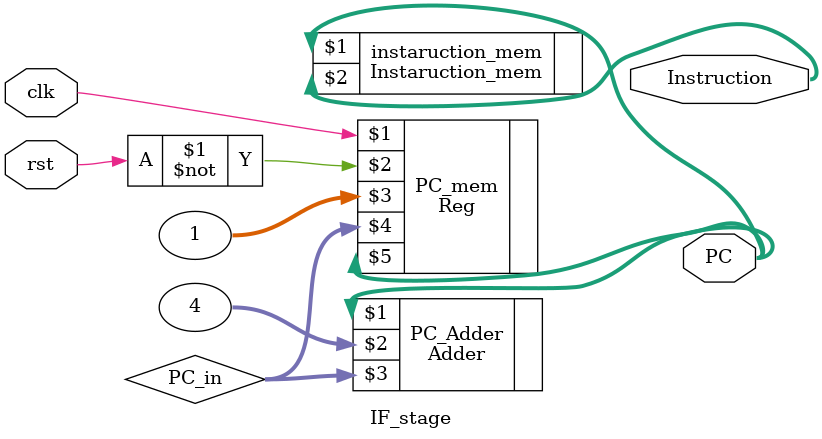
<source format=v>
`include "Adder.v"
`include "Reg.v"
`include "Instaruction_mem.v"

module IF_stage (
    input clk,    // Clock
    input rst,  // Asynchronous reset active high
    //input Br_taken,
    //input [15:0] Br_offset,
    output [31:0] PC,
    output [31:0] Instruction
);
    wire [31:0] PC_in;
    Adder #(32) PC_Adder(PC, 32'd4, PC_in);
    Reg #(32) PC_mem(clk, ~rst, 1, PC_in, PC);
    Instaruction_mem instaruction_mem(PC, Instruction);
endmodule
</source>
